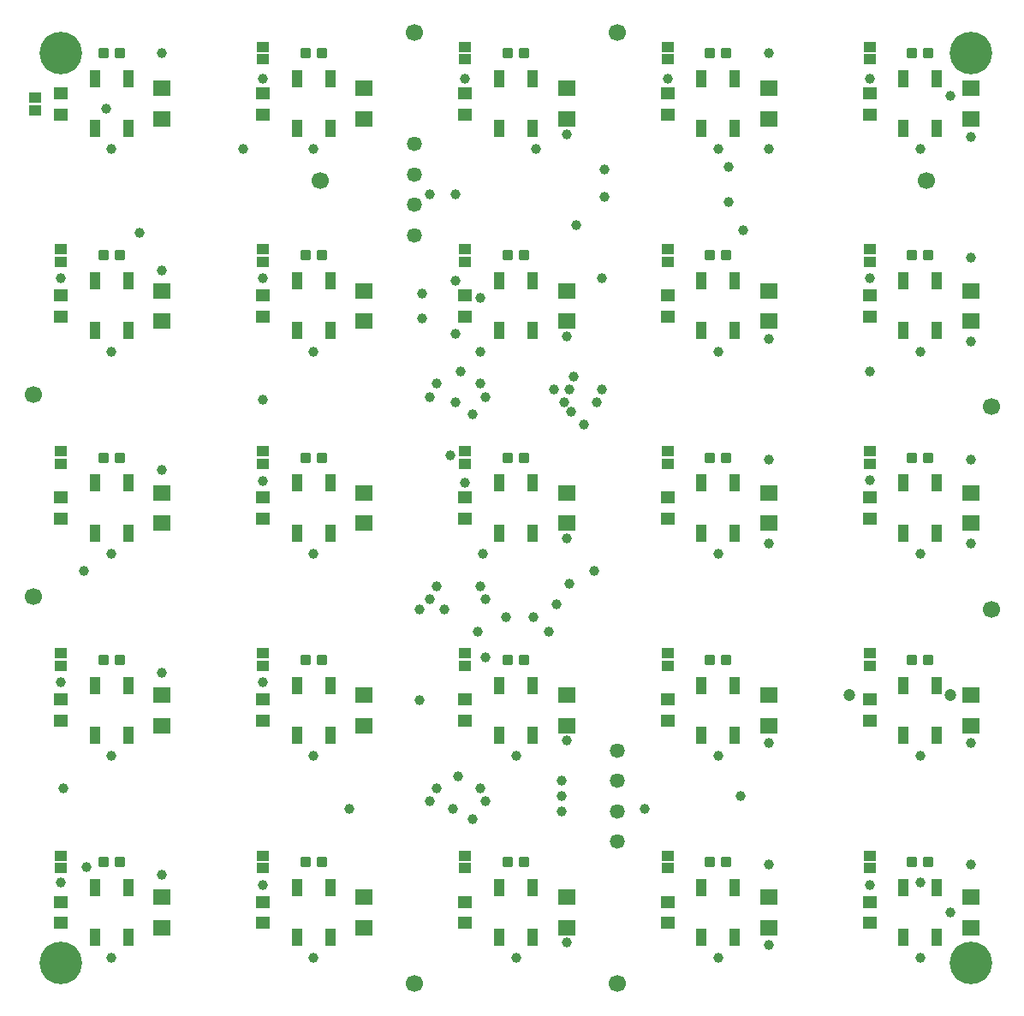
<source format=gts>
G04 Layer_Color=20142*
%FSLAX25Y25*%
%MOIN*%
G70*
G01*
G75*
%ADD22C,0.03937*%
%ADD37R,0.04387X0.06787*%
G04:AMPARAMS|DCode=38|XSize=39.37mil|YSize=43.31mil|CornerRadius=5.51mil|HoleSize=0mil|Usage=FLASHONLY|Rotation=0.000|XOffset=0mil|YOffset=0mil|HoleType=Round|Shape=RoundedRectangle|*
%AMROUNDEDRECTD38*
21,1,0.03937,0.03228,0,0,0.0*
21,1,0.02835,0.04331,0,0,0.0*
1,1,0.01102,0.01417,-0.01614*
1,1,0.01102,-0.01417,-0.01614*
1,1,0.01102,-0.01417,0.01614*
1,1,0.01102,0.01417,0.01614*
%
%ADD38ROUNDEDRECTD38*%
%ADD39R,0.06693X0.06299*%
%ADD40R,0.05512X0.05118*%
%ADD41R,0.04528X0.03937*%
%ADD42C,0.16535*%
%ADD43C,0.05787*%
%ADD44C,0.04724*%
%ADD45C,0.06693*%
D22*
X259842Y346457D02*
D03*
X270669Y357283D02*
D03*
X198622Y196653D02*
D03*
X208465D02*
D03*
X219488Y272638D02*
D03*
X210630Y256890D02*
D03*
X224410Y178150D02*
D03*
X286417Y119095D02*
D03*
X244094Y375984D02*
D03*
X137795Y246900D02*
D03*
X137795Y278543D02*
D03*
X212598Y277559D02*
D03*
X202756Y279528D02*
D03*
X224410D02*
D03*
X214567Y289370D02*
D03*
X374016D02*
D03*
Y325787D02*
D03*
X269685D02*
D03*
Y282480D02*
D03*
X256890D02*
D03*
X258858Y287402D02*
D03*
X222441Y297244D02*
D03*
X256890Y206693D02*
D03*
X251969Y198819D02*
D03*
X223425Y218504D02*
D03*
X334646Y222441D02*
D03*
X198819Y161417D02*
D03*
X137795Y168307D02*
D03*
X232283Y193898D02*
D03*
X222441Y205906D02*
D03*
X221457Y187992D02*
D03*
X59055Y90551D02*
D03*
X60039Y126969D02*
D03*
X213583Y131890D02*
D03*
X137795Y89567D02*
D03*
X171260Y119095D02*
D03*
X211614D02*
D03*
X219488Y115157D02*
D03*
X262795Y268701D02*
D03*
X266732Y211614D02*
D03*
X67913D02*
D03*
X59055Y168307D02*
D03*
X267717Y277559D02*
D03*
X254921D02*
D03*
X374016Y247047D02*
D03*
X250984Y282480D02*
D03*
X257874Y273622D02*
D03*
X216535Y246063D02*
D03*
X249016Y187992D02*
D03*
X243110Y193898D02*
D03*
X253937Y124016D02*
D03*
X212598Y324803D02*
D03*
Y304134D02*
D03*
X199803Y310039D02*
D03*
X137795Y325787D02*
D03*
X323819Y124016D02*
D03*
X253937Y129921D02*
D03*
Y118110D02*
D03*
X374016Y89567D02*
D03*
X199803Y319882D02*
D03*
X59203Y325787D02*
D03*
X222441Y317913D02*
D03*
X374016Y403543D02*
D03*
X270669Y368110D02*
D03*
X255906Y381890D02*
D03*
X76772Y391732D02*
D03*
X137795Y403543D02*
D03*
X295276D02*
D03*
X216535D02*
D03*
X255906Y303150D02*
D03*
Y224410D02*
D03*
X222441Y284646D02*
D03*
X205512D02*
D03*
X224410Y200787D02*
D03*
X202756D02*
D03*
X205512Y205906D02*
D03*
X202756Y358268D02*
D03*
X212598D02*
D03*
X205512Y127165D02*
D03*
X202756Y122047D02*
D03*
X222441Y127165D02*
D03*
X224410Y122047D02*
D03*
X393701Y90551D02*
D03*
X129921Y375984D02*
D03*
X255906Y145669D02*
D03*
X318898Y355315D02*
D03*
Y369094D02*
D03*
X334646Y375984D02*
D03*
X255906Y66929D02*
D03*
X78740Y375984D02*
D03*
X157480D02*
D03*
X314961D02*
D03*
X393701D02*
D03*
Y297244D02*
D03*
X314961D02*
D03*
X157480D02*
D03*
X78740D02*
D03*
Y218504D02*
D03*
X157480D02*
D03*
X314961D02*
D03*
X393701D02*
D03*
Y139764D02*
D03*
X314961D02*
D03*
X236221D02*
D03*
X157480D02*
D03*
X78740D02*
D03*
X393701Y61024D02*
D03*
X314961D02*
D03*
X236221D02*
D03*
X78740D02*
D03*
X157480D02*
D03*
X68898Y96457D02*
D03*
X405512Y78740D02*
D03*
X334646Y65945D02*
D03*
Y97441D02*
D03*
Y144685D02*
D03*
X413386Y144685D02*
D03*
Y97441D02*
D03*
Y222441D02*
D03*
Y254921D02*
D03*
Y301181D02*
D03*
Y333661D02*
D03*
Y380906D02*
D03*
X405512Y396654D02*
D03*
X334646Y413386D02*
D03*
X98425D02*
D03*
X334646Y302165D02*
D03*
Y254921D02*
D03*
X89567Y343504D02*
D03*
X98425Y328740D02*
D03*
Y250984D02*
D03*
Y172244D02*
D03*
Y93504D02*
D03*
X324803Y344488D02*
D03*
D37*
X72240Y384055D02*
D03*
X85236D02*
D03*
X72240Y403401D02*
D03*
X85236D02*
D03*
X387201Y69095D02*
D03*
X400197D02*
D03*
X387201Y88440D02*
D03*
X400197D02*
D03*
X308461Y69095D02*
D03*
X321457D02*
D03*
X308461Y88440D02*
D03*
X321457D02*
D03*
X229720Y69095D02*
D03*
X242717D02*
D03*
X229720Y88440D02*
D03*
X242717D02*
D03*
X150980Y69095D02*
D03*
X163976D02*
D03*
X150980Y88440D02*
D03*
X163976D02*
D03*
X72240Y69095D02*
D03*
X85236D02*
D03*
X72240Y88440D02*
D03*
X85236D02*
D03*
X387201Y147835D02*
D03*
X400197D02*
D03*
X387201Y167180D02*
D03*
X400197D02*
D03*
X308461Y147835D02*
D03*
X321457D02*
D03*
X308461Y167180D02*
D03*
X321457D02*
D03*
X229720Y147835D02*
D03*
X242717D02*
D03*
X229720Y167180D02*
D03*
X242717D02*
D03*
X150980Y147835D02*
D03*
X163976D02*
D03*
X150980Y167180D02*
D03*
X163976D02*
D03*
X72240Y147835D02*
D03*
X85236D02*
D03*
X72240Y167180D02*
D03*
X85236D02*
D03*
X387201Y226575D02*
D03*
X400197D02*
D03*
X387201Y245920D02*
D03*
X400197D02*
D03*
X308461Y226575D02*
D03*
X321457D02*
D03*
X308461Y245920D02*
D03*
X321457D02*
D03*
X229720Y226575D02*
D03*
X242717D02*
D03*
X229720Y245920D02*
D03*
X242717D02*
D03*
X150980Y226575D02*
D03*
X163976D02*
D03*
X150980Y245920D02*
D03*
X163976D02*
D03*
X72240Y226575D02*
D03*
X85236D02*
D03*
X72240Y245920D02*
D03*
X85236D02*
D03*
X387201Y305315D02*
D03*
X400197D02*
D03*
X387201Y324661D02*
D03*
X400197D02*
D03*
X308461Y305315D02*
D03*
X321457D02*
D03*
X308461Y324661D02*
D03*
X321457D02*
D03*
X229720Y305315D02*
D03*
X242717D02*
D03*
X229720Y324661D02*
D03*
X242717D02*
D03*
X150980Y305315D02*
D03*
X163976D02*
D03*
X150980Y324661D02*
D03*
X163976D02*
D03*
X72240Y305315D02*
D03*
X85236D02*
D03*
X72240Y324661D02*
D03*
X85236D02*
D03*
X387201Y384055D02*
D03*
X400197D02*
D03*
X387201Y403401D02*
D03*
X400197D02*
D03*
X308461Y384055D02*
D03*
X321457D02*
D03*
X308461Y403401D02*
D03*
X321457D02*
D03*
X229720Y384055D02*
D03*
X242717D02*
D03*
X229720Y403401D02*
D03*
X242717D02*
D03*
X150980Y384055D02*
D03*
X163976D02*
D03*
X150980Y403401D02*
D03*
X163976D02*
D03*
D38*
X75590Y413386D02*
D03*
X81890D02*
D03*
X390551Y98425D02*
D03*
X396850D02*
D03*
X311811D02*
D03*
X318110D02*
D03*
X233071D02*
D03*
X239370D02*
D03*
X154331D02*
D03*
X160630D02*
D03*
X75590D02*
D03*
X81890D02*
D03*
X390551Y177165D02*
D03*
X396850D02*
D03*
X311811D02*
D03*
X318110D02*
D03*
X233071D02*
D03*
X239370D02*
D03*
X154331D02*
D03*
X160630D02*
D03*
X75590D02*
D03*
X81890D02*
D03*
X390551Y255906D02*
D03*
X396850D02*
D03*
X311811D02*
D03*
X318110D02*
D03*
X233071D02*
D03*
X239370D02*
D03*
X154331D02*
D03*
X160630D02*
D03*
X75590D02*
D03*
X81890D02*
D03*
X390551Y334646D02*
D03*
X396850D02*
D03*
X311811D02*
D03*
X318110D02*
D03*
X233071D02*
D03*
X239370D02*
D03*
X154331D02*
D03*
X160630D02*
D03*
X75590D02*
D03*
X81890D02*
D03*
X390551Y413386D02*
D03*
X396850D02*
D03*
X311811D02*
D03*
X318110D02*
D03*
X233071D02*
D03*
X239370D02*
D03*
X154331D02*
D03*
X160630D02*
D03*
D39*
X98425Y399606D02*
D03*
Y387795D02*
D03*
X413386Y84646D02*
D03*
Y72835D02*
D03*
X334646Y84646D02*
D03*
Y72835D02*
D03*
X255906Y84646D02*
D03*
Y72835D02*
D03*
X177165Y84646D02*
D03*
Y72835D02*
D03*
X98425Y84646D02*
D03*
Y72835D02*
D03*
X413386Y163386D02*
D03*
Y151575D02*
D03*
X334646Y163386D02*
D03*
Y151575D02*
D03*
X255906Y163386D02*
D03*
Y151575D02*
D03*
X177165Y163386D02*
D03*
Y151575D02*
D03*
X98425Y163386D02*
D03*
Y151575D02*
D03*
X413386Y242126D02*
D03*
Y230315D02*
D03*
X334646Y242126D02*
D03*
Y230315D02*
D03*
X255906Y242126D02*
D03*
Y230315D02*
D03*
X177165Y242126D02*
D03*
Y230315D02*
D03*
X98425Y242126D02*
D03*
Y230315D02*
D03*
X413386Y320866D02*
D03*
Y309055D02*
D03*
X334646Y320866D02*
D03*
Y309055D02*
D03*
X255906Y320866D02*
D03*
Y309055D02*
D03*
X177165Y320866D02*
D03*
Y309055D02*
D03*
X98425Y320866D02*
D03*
Y309055D02*
D03*
X413386Y399606D02*
D03*
Y387795D02*
D03*
X334646Y399606D02*
D03*
Y387795D02*
D03*
X255906Y399606D02*
D03*
Y387795D02*
D03*
X177165Y399606D02*
D03*
Y387795D02*
D03*
D40*
X59055Y389567D02*
D03*
Y397835D02*
D03*
X374016Y74606D02*
D03*
Y82874D02*
D03*
X295276Y74606D02*
D03*
Y82874D02*
D03*
X216535Y74606D02*
D03*
Y82874D02*
D03*
X137795Y74606D02*
D03*
Y82874D02*
D03*
X59055Y74606D02*
D03*
Y82874D02*
D03*
X374016Y153347D02*
D03*
Y161614D02*
D03*
X295276Y153347D02*
D03*
Y161614D02*
D03*
X216535Y153347D02*
D03*
Y161614D02*
D03*
X137795Y153347D02*
D03*
Y161614D02*
D03*
X59055Y153347D02*
D03*
Y161614D02*
D03*
X374016Y232087D02*
D03*
Y240354D02*
D03*
X295276Y232087D02*
D03*
Y240354D02*
D03*
X216535Y232087D02*
D03*
Y240354D02*
D03*
X137795Y232087D02*
D03*
Y240354D02*
D03*
X59055Y232087D02*
D03*
Y240354D02*
D03*
X374016Y310827D02*
D03*
Y319094D02*
D03*
X295276Y310827D02*
D03*
Y319094D02*
D03*
X216535Y310827D02*
D03*
Y319094D02*
D03*
X137795Y310827D02*
D03*
Y319094D02*
D03*
X59055Y310827D02*
D03*
Y319094D02*
D03*
X374016Y389567D02*
D03*
Y397835D02*
D03*
X295276Y389567D02*
D03*
Y397835D02*
D03*
X216535Y389567D02*
D03*
Y397835D02*
D03*
X137795Y389567D02*
D03*
Y397835D02*
D03*
D41*
X374016Y100886D02*
D03*
Y95965D02*
D03*
X295276Y100886D02*
D03*
Y95965D02*
D03*
X216535Y100886D02*
D03*
Y95965D02*
D03*
X137795Y100886D02*
D03*
Y95965D02*
D03*
X59055Y100886D02*
D03*
Y95965D02*
D03*
X374016Y179626D02*
D03*
Y174705D02*
D03*
X295276Y179626D02*
D03*
Y174705D02*
D03*
X216535Y179626D02*
D03*
Y174705D02*
D03*
X137795Y179626D02*
D03*
Y174705D02*
D03*
X59055Y179626D02*
D03*
Y174705D02*
D03*
X374016Y258366D02*
D03*
Y253445D02*
D03*
X295276Y258366D02*
D03*
Y253445D02*
D03*
X216535Y258366D02*
D03*
Y253445D02*
D03*
X137795Y258366D02*
D03*
Y253445D02*
D03*
X59055Y258366D02*
D03*
Y253445D02*
D03*
X374016Y337106D02*
D03*
Y332185D02*
D03*
X295276Y337106D02*
D03*
Y332185D02*
D03*
X216535Y337106D02*
D03*
Y332185D02*
D03*
X137795Y337106D02*
D03*
Y332185D02*
D03*
X59055Y337106D02*
D03*
Y332185D02*
D03*
X374016Y415846D02*
D03*
Y410925D02*
D03*
X295276Y415846D02*
D03*
Y410925D02*
D03*
X216535Y415846D02*
D03*
Y410925D02*
D03*
X137795Y415846D02*
D03*
Y410925D02*
D03*
X49213Y391240D02*
D03*
Y396161D02*
D03*
D42*
X413386Y59055D02*
D03*
X59055D02*
D03*
Y413386D02*
D03*
X413386D02*
D03*
D43*
X275590Y106299D02*
D03*
X196850Y342520D02*
D03*
Y354331D02*
D03*
X196850Y366142D02*
D03*
X196850Y377953D02*
D03*
X275590Y118110D02*
D03*
Y129921D02*
D03*
Y141732D02*
D03*
D44*
X405512Y163386D02*
D03*
X366142Y163386D02*
D03*
D45*
X396161Y363681D02*
D03*
X159941D02*
D03*
X48228Y280512D02*
D03*
X48228Y201772D02*
D03*
X421260Y275590D02*
D03*
Y196850D02*
D03*
X275590Y51181D02*
D03*
X196850D02*
D03*
Y421260D02*
D03*
X275590D02*
D03*
M02*

</source>
